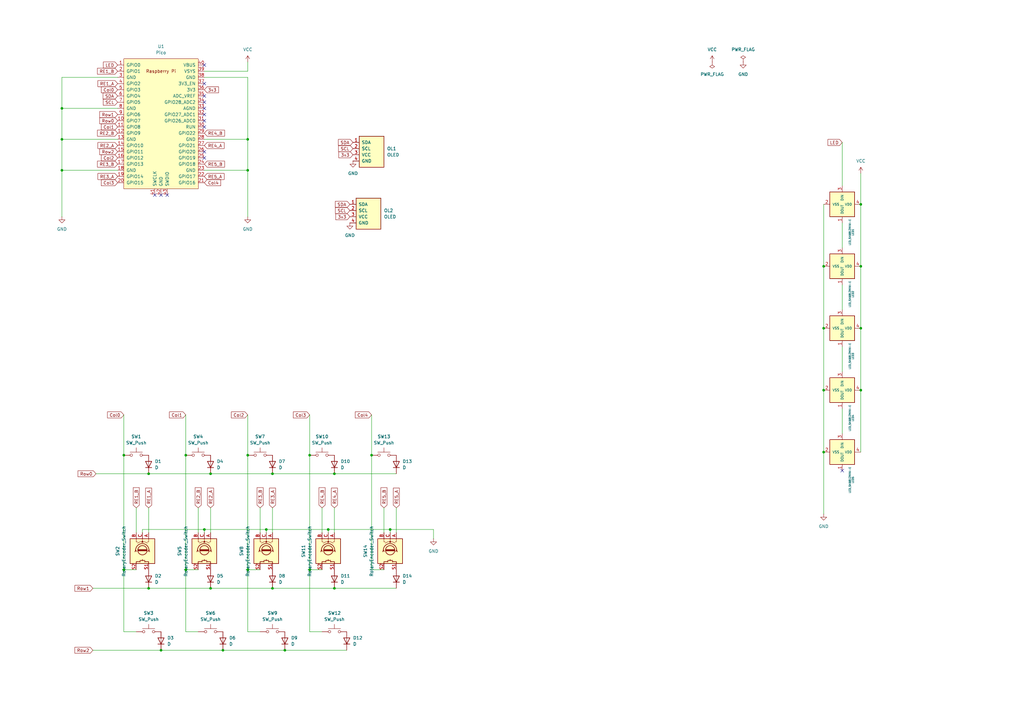
<source format=kicad_sch>
(kicad_sch (version 20231120) (generator "eeschema") (generator_version "8.0")
  (paper "A3")
  (lib_symbols
    (symbol "BrownSugar_KBD:OLED" (pin_names (offset 1.016))
      (property "Reference" "OL" (at 0 7.62 0))
      (property "Value" "OLED" (at 0 -7.62 0))
      (symbol "OLED_0_1"
        (rectangle (start -5.08 6.35) (end 5.08 -6.35) (stroke (width 0.254)) (fill (type background)))
      )
      (symbol "OLED_1_1"
        (pin bidirectional line (at -7.62 3.81 0) (length 2.54) (name "SDA") (number "1"))
        (pin bidirectional line (at -7.62 1.27 0) (length 2.54) (name "SCL") (number "2"))
        (pin power_in line (at -7.62 -1.27 0) (length 2.54) (name "VCC") (number "3"))
        (pin power_in line (at -7.62 -3.81 0) (length 2.54) (name "GND") (number "4"))
      )
    )
    (symbol "Device:D" (pin_numbers hide) (pin_names (offset 1.016) hide)
      (property "Reference" "D" (at 0 2.54 0))
      (property "Value" "D" (at 0 -2.54 0))
      (symbol "D_0_1"
        (polyline (pts (xy -1.27 1.27) (xy -1.27 -1.27)) (stroke (width 0.254)))
        (polyline (pts (xy 1.27 0) (xy -1.27 0)))
        (polyline (pts (xy 1.27 1.27) (xy 1.27 -1.27) (xy -1.27 0) (xy 1.27 1.27)) (stroke (width 0.254)))
      )
      (symbol "D_1_1"
        (pin passive line (at -3.81 0 0) (length 2.54) (name "K") (number "1"))
        (pin passive line (at 3.81 0 180) (length 2.54) (name "A") (number "2"))
      )
    )
    (symbol "Device:RotaryEncoder_Switch" (pin_names (offset 0.254) hide)
      (property "Reference" "SW" (at 0 6.604 0))
      (property "Value" "RotaryEncoder_Switch" (at 0 -6.604 0))
      (symbol "RotaryEncoder_Switch_0_1"
        (rectangle (start -5.08 5.08) (end 5.08 -5.08) (stroke (width 0.254)) (fill (type background)))
        (circle (center -3.81 0) (radius 0.254) (fill (type outline)))
        (circle (center -0.381 0) (radius 1.905) (stroke (width 0.254)))
        (arc (start -0.381 2.667) (mid -3.0988 -0.0635) (end -0.381 -2.794) (stroke (width 0.254)))
        (polyline (pts (xy -0.635 -1.778) (xy -0.635 1.778)) (stroke (width 0.254)))
        (polyline (pts (xy -0.381 -1.778) (xy -0.381 1.778)) (stroke (width 0.254)))
        (polyline (pts (xy -0.127 1.778) (xy -0.127 -1.778)) (stroke (width 0.254)))
        (polyline (pts (xy 3.81 0) (xy 3.429 0)) (stroke (width 0.254)))
        (polyline (pts (xy 3.81 1.016) (xy 3.81 -1.016)) (stroke (width 0.254)))
        (polyline (pts (xy -5.08 -2.54) (xy -3.81 -2.54) (xy -3.81 -2.032)))
        (polyline (pts (xy -5.08 2.54) (xy -3.81 2.54) (xy -3.81 2.032)))
        (polyline (pts (xy 0.254 -3.048) (xy -0.508 -2.794) (xy 0.127 -2.413)) (stroke (width 0.254)))
        (polyline (pts (xy 0.254 2.921) (xy -0.508 2.667) (xy 0.127 2.286)) (stroke (width 0.254)))
        (polyline (pts (xy 5.08 -2.54) (xy 4.318 -2.54) (xy 4.318 -1.016)) (stroke (width 0.254)))
        (polyline (pts (xy 5.08 2.54) (xy 4.318 2.54) (xy 4.318 1.016)) (stroke (width 0.254)))
        (polyline (pts (xy -5.08 0) (xy -3.81 0) (xy -3.81 -1.016) (xy -3.302 -2.032)))
        (polyline (pts (xy -4.318 0) (xy -3.81 0) (xy -3.81 1.016) (xy -3.302 2.032)))
        (circle (center 4.318 -1.016) (radius 0.127) (stroke (width 0.254)))
        (circle (center 4.318 1.016) (radius 0.127) (stroke (width 0.254)))
      )
      (symbol "RotaryEncoder_Switch_1_1"
        (pin passive line (at -7.62 2.54 0) (length 2.54) (name "A") (number "A"))
        (pin passive line (at -7.62 -2.54 0) (length 2.54) (name "B") (number "B"))
        (pin passive line (at -7.62 0 0) (length 2.54) (name "C") (number "C"))
        (pin passive line (at 7.62 2.54 180) (length 2.54) (name "S1") (number "S1"))
        (pin passive line (at 7.62 -2.54 180) (length 2.54) (name "S2") (number "S2"))
      )
    )
    (symbol "RPi_Pico:Pico" (pin_names (offset 1.016))
      (property "Reference" "U" (at -13.97 27.94 0))
      (property "Value" "Pico" (at 0 19.05 0))
      (symbol "Pico_0_0"
        (text "Raspberry Pi" (at 0 21.59 0) (effects (font (size 1.27 1.27))))
      )
      (symbol "Pico_0_1"
        (rectangle (start -15.24 26.67) (end 15.24 -26.67) (fill (type background)))
      )
      (symbol "Pico_1_1"
        (pin bidirectional line (at -17.78 24.13 0) (length 2.54) (name "GPIO0") (number "1"))
        (pin bidirectional line (at -17.78 1.27 0) (length 2.54) (name "GPIO7") (number "10"))
        (pin bidirectional line (at -17.78 -1.27 0) (length 2.54) (name "GPIO8") (number "11"))
        (pin bidirectional line (at -17.78 -3.81 0) (length 2.54) (name "GPIO9") (number "12"))
        (pin power_in line (at -17.78 -6.35 0) (length 2.54) (name "GND") (number "13"))
        (pin bidirectional line (at -17.78 -8.89 0) (length 2.54) (name "GPIO10") (number "14"))
        (pin bidirectional line (at -17.78 -11.43 0) (length 2.54) (name "GPIO11") (number "15"))
        (pin bidirectional line (at -17.78 -13.97 0) (length 2.54) (name "GPIO12") (number "16"))
        (pin bidirectional line (at -17.78 -16.51 0) (length 2.54) (name "GPIO13") (number "17"))
        (pin power_in line (at -17.78 -19.05 0) (length 2.54) (name "GND") (number "18"))
        (pin bidirectional line (at -17.78 -21.59 0) (length 2.54) (name "GPIO14") (number "19"))
        (pin bidirectional line (at -17.78 21.59 0) (length 2.54) (name "GPIO1") (number "2"))
        (pin bidirectional line (at -17.78 -24.13 0) (length 2.54) (name "GPIO15") (number "20"))
        (pin bidirectional line (at 17.78 -24.13 180) (length 2.54) (name "GPIO16") (number "21"))
        (pin bidirectional line (at 17.78 -21.59 180) (length 2.54) (name "GPIO17") (number "22"))
        (pin power_in line (at 17.78 -19.05 180) (length 2.54) (name "GND") (number "23"))
        (pin bidirectional line (at 17.78 -16.51 180) (length 2.54) (name "GPIO18") (number "24"))
        (pin bidirectional line (at 17.78 -13.97 180) (length 2.54) (name "GPIO19") (number "25"))
        (pin bidirectional line (at 17.78 -11.43 180) (length 2.54) (name "GPIO20") (number "26"))
        (pin bidirectional line (at 17.78 -8.89 180) (length 2.54) (name "GPIO21") (number "27"))
        (pin power_in line (at 17.78 -6.35 180) (length 2.54) (name "GND") (number "28"))
        (pin bidirectional line (at 17.78 -3.81 180) (length 2.54) (name "GPIO22") (number "29"))
        (pin power_in line (at -17.78 19.05 0) (length 2.54) (name "GND") (number "3"))
        (pin input line (at 17.78 -1.27 180) (length 2.54) (name "RUN") (number "30"))
        (pin bidirectional line (at 17.78 1.27 180) (length 2.54) (name "GPIO26_ADC0") (number "31"))
        (pin bidirectional line (at 17.78 3.81 180) (length 2.54) (name "GPIO27_ADC1") (number "32"))
        (pin power_in line (at 17.78 6.35 180) (length 2.54) (name "AGND") (number "33"))
        (pin bidirectional line (at 17.78 8.89 180) (length 2.54) (name "GPIO28_ADC2") (number "34"))
        (pin unspecified line (at 17.78 11.43 180) (length 2.54) (name "ADC_VREF") (number "35"))
        (pin unspecified line (at 17.78 13.97 180) (length 2.54) (name "3V3") (number "36"))
        (pin input line (at 17.78 16.51 180) (length 2.54) (name "3V3_EN") (number "37"))
        (pin bidirectional line (at 17.78 19.05 180) (length 2.54) (name "GND") (number "38"))
        (pin unspecified line (at 17.78 21.59 180) (length 2.54) (name "VSYS") (number "39"))
        (pin bidirectional line (at -17.78 16.51 0) (length 2.54) (name "GPIO2") (number "4"))
        (pin unspecified line (at 17.78 24.13 180) (length 2.54) (name "VBUS") (number "40"))
        (pin input line (at -2.54 -29.21 90) (length 2.54) (name "SWCLK") (number "41"))
        (pin power_in line (at 0 -29.21 90) (length 2.54) (name "GND") (number "42"))
        (pin bidirectional line (at 2.54 -29.21 90) (length 2.54) (name "SWDIO") (number "43"))
        (pin bidirectional line (at -17.78 13.97 0) (length 2.54) (name "GPIO3") (number "5"))
        (pin bidirectional line (at -17.78 11.43 0) (length 2.54) (name "GPIO4") (number "6"))
        (pin bidirectional line (at -17.78 8.89 0) (length 2.54) (name "GPIO5") (number "7"))
        (pin power_in line (at -17.78 6.35 0) (length 2.54) (name "GND") (number "8"))
        (pin bidirectional line (at -17.78 3.81 0) (length 2.54) (name "GPIO6") (number "9"))
      )
    )
    (symbol "Salicylic_kbd:LED_SK6812MINI-E" (pin_names (offset 1.016))
      (property "Reference" "LED" (at 5.08 -10.16 0))
      (property "Value" "LED_SK6812MINI-E" (at 8.89 -8.89 0))
      (symbol "LED_SK6812MINI-E_0_1"
        (rectangle (start -5.08 5.08) (end 5.08 -5.08) (stroke (width 0.254)) (fill (type background)))
      )
      (symbol "LED_SK6812MINI-E_1_1"
        (pin output line (at 7.62 0 180) (length 2.54) (name "DOUT") (number "1"))
        (pin power_in line (at 0 -7.62 90) (length 2.54) (name "VSS") (number "2"))
        (pin input line (at -7.62 0 0) (length 2.54) (name "DIN") (number "3"))
        (pin power_in line (at 0 7.62 270) (length 2.54) (name "VDD") (number "4"))
      )
    )
    (symbol "Switch:SW_Push" (pin_numbers hide) (pin_names (offset 1.016) hide)
      (property "Reference" "SW" (at 1.27 2.54 0))
      (property "Value" "SW_Push" (at 0 -1.524 0))
      (symbol "SW_Push_0_1"
        (circle (center -2.032 0) (radius 0.508))
        (polyline (pts (xy 0 1.27) (xy 0 3.048)))
        (polyline (pts (xy 2.54 1.27) (xy -2.54 1.27)))
        (circle (center 2.032 0) (radius 0.508))
        (pin passive line (at -5.08 0 0) (length 2.54) (name "1") (number "1"))
        (pin passive line (at 5.08 0 180) (length 2.54) (name "2") (number "2"))
      )
    )
    (symbol "power:GND" (power) (pin_numbers hide) (pin_names (offset 0) hide)
      (property "Value" "GND" (at 0 -3.81 0))
      (symbol "GND_0_1"
        (polyline (pts (xy 0 0) (xy 0 -1.27) (xy 1.27 -1.27) (xy 0 -2.54) (xy -1.27 -1.27) (xy 0 -1.27)))
      )
      (symbol "GND_1_1"
        (pin power_in line (at 0 0 270) (length 0) (name "~") (number "1"))
      )
    )
    (symbol "power:PWR_FLAG" (power) (pin_numbers hide) (pin_names (offset 0) hide)
      (property "Value" "PWR_FLAG" (at 0 3.81 0))
      (symbol "PWR_FLAG_0_0"
        (pin power_out line (at 0 0 90) (length 0) (name "~") (number "1"))
      )
      (symbol "PWR_FLAG_0_1"
        (polyline (pts (xy 0 0) (xy 0 1.27) (xy -1.016 1.905) (xy 0 2.54) (xy 1.016 1.905) (xy 0 1.27)))
      )
    )
    (symbol "power:VCC" (power) (pin_numbers hide) (pin_names (offset 0) hide)
      (property "Value" "VCC" (at 0 3.556 0))
      (symbol "VCC_0_1"
        (polyline (pts (xy -0.762 1.27) (xy 0 2.54)))
        (polyline (pts (xy 0 0) (xy 0 2.54)))
        (polyline (pts (xy 0 2.54) (xy 0.762 1.27)))
      )
      (symbol "VCC_1_1"
        (pin power_in line (at 0 0 90) (length 0) (name "~") (number "1"))
      )
    )
  )
  (junction (at 86.36 241.3))
  (junction (at 111.76 241.3))
  (junction (at 25.4 57.15))
  (junction (at 50.8 186.69))
  (junction (at 353.06 134.62))
  (junction (at 76.2 186.69))
  (junction (at 66.04 266.7))
  (junction (at 101.6 57.15))
  (junction (at 60.96 241.3))
  (junction (at 101.6 69.85))
  (junction (at 353.06 83.82))
  (junction (at 83.82 217.17))
  (junction (at 116.84 266.7))
  (junction (at 127 186.69))
  (junction (at 134.62 217.17))
  (junction (at 152.4 186.69))
  (junction (at 137.16 241.3))
  (junction (at 91.44 266.7))
  (junction (at 86.36 194.31))
  (junction (at 353.06 160.02))
  (junction (at 337.82 109.22))
  (junction (at 127 233.68))
  (junction (at 50.8 233.68))
  (junction (at 337.82 134.62))
  (junction (at 101.6 186.69))
  (junction (at 337.82 160.02))
  (junction (at 337.82 185.42))
  (junction (at 353.06 109.22))
  (junction (at 76.2 233.68))
  (junction (at 101.6 233.68))
  (junction (at 25.4 44.45))
  (junction (at 111.76 194.31))
  (junction (at 25.4 69.85))
  (junction (at 137.16 194.31))
  (junction (at 60.96 194.31))
  (junction (at 109.22 217.17))
  (junction (at 160.02 217.17))
  (no_connect (at 83.82 62.23))
  (no_connect (at 83.82 64.77))
  (no_connect (at 83.82 46.99))
  (no_connect (at 66.04 80.01))
  (no_connect (at 83.82 34.29))
  (no_connect (at 83.82 44.45))
  (no_connect (at 83.82 49.53))
  (no_connect (at 68.58 80.01))
  (no_connect (at 63.5 80.01))
  (no_connect (at 83.82 52.07))
  (no_connect (at 83.82 39.37))
  (no_connect (at 83.82 26.67))
  (no_connect (at 345.44 193.04))
  (no_connect (at 83.82 41.91))
  (wire (pts (xy 50.8 233.68) (xy 55.88 233.68)))
  (wire (pts (xy 86.36 194.31) (xy 111.76 194.31)))
  (wire (pts (xy 50.8 170.18) (xy 50.8 186.69)))
  (wire (pts (xy 353.06 160.02) (xy 353.06 134.62)))
  (wire (pts (xy 48.26 31.75) (xy 25.4 31.75)))
  (wire (pts (xy 83.82 57.15) (xy 101.6 57.15)))
  (wire (pts (xy 25.4 69.85) (xy 48.26 69.85)))
  (wire (pts (xy 39.37 194.31) (xy 60.96 194.31)))
  (wire (pts (xy 58.42 217.17) (xy 83.82 217.17)))
  (wire (pts (xy 25.4 31.75) (xy 25.4 44.45)))
  (wire (pts (xy 76.2 170.18) (xy 76.2 186.69)))
  (wire (pts (xy 337.82 185.42) (xy 337.82 210.82)))
  (wire (pts (xy 353.06 185.42) (xy 353.06 160.02)))
  (wire (pts (xy 25.4 57.15) (xy 48.26 57.15)))
  (wire (pts (xy 101.6 186.69) (xy 101.6 233.68)))
  (wire (pts (xy 101.6 170.18) (xy 101.6 186.69)))
  (wire (pts (xy 101.6 69.85) (xy 101.6 88.9)))
  (wire (pts (xy 127 170.18) (xy 127 186.69)))
  (wire (pts (xy 38.1 266.7) (xy 66.04 266.7)))
  (wire (pts (xy 137.16 241.3) (xy 162.56 241.3)))
  (wire (pts (xy 116.84 266.7) (xy 142.24 266.7)))
  (wire (pts (xy 109.22 218.44) (xy 109.22 217.17)))
  (wire (pts (xy 137.16 194.31) (xy 162.56 194.31)))
  (wire (pts (xy 127 233.68) (xy 127 259.08)))
  (wire (pts (xy 106.68 208.28) (xy 106.68 218.44)))
  (wire (pts (xy 353.06 109.22) (xy 353.06 134.62)))
  (wire (pts (xy 66.04 266.7) (xy 91.44 266.7)))
  (wire (pts (xy 152.4 186.69) (xy 152.4 233.68)))
  (wire (pts (xy 101.6 233.68) (xy 106.68 233.68)))
  (wire (pts (xy 132.08 208.28) (xy 132.08 218.44)))
  (wire (pts (xy 58.42 218.44) (xy 58.42 217.17)))
  (wire (pts (xy 83.82 29.21) (xy 101.6 29.21)))
  (wire (pts (xy 38.1 241.3) (xy 60.96 241.3)))
  (wire (pts (xy 83.82 69.85) (xy 101.6 69.85)))
  (wire (pts (xy 160.02 217.17) (xy 160.02 218.44)))
  (wire (pts (xy 86.36 241.3) (xy 111.76 241.3)))
  (wire (pts (xy 83.82 218.44) (xy 83.82 217.17)))
  (wire (pts (xy 353.06 83.82) (xy 353.06 109.22)))
  (wire (pts (xy 134.62 218.44) (xy 134.62 217.17)))
  (wire (pts (xy 177.8 217.17) (xy 160.02 217.17)))
  (wire (pts (xy 111.76 208.28) (xy 111.76 218.44)))
  (wire (pts (xy 101.6 31.75) (xy 101.6 57.15)))
  (wire (pts (xy 83.82 31.75) (xy 101.6 31.75)))
  (wire (pts (xy 134.62 217.17) (xy 160.02 217.17)))
  (wire (pts (xy 25.4 44.45) (xy 25.4 57.15)))
  (wire (pts (xy 137.16 208.28) (xy 137.16 218.44)))
  (wire (pts (xy 101.6 233.68) (xy 101.6 259.08)))
  (wire (pts (xy 162.56 208.28) (xy 162.56 218.44)))
  (wire (pts (xy 76.2 233.68) (xy 76.2 259.08)))
  (wire (pts (xy 60.96 194.31) (xy 86.36 194.31)))
  (wire (pts (xy 86.36 208.28) (xy 86.36 218.44)))
  (wire (pts (xy 345.44 167.64) (xy 345.44 177.8)))
  (wire (pts (xy 55.88 208.28) (xy 55.88 218.44)))
  (wire (pts (xy 337.82 83.82) (xy 337.82 109.22)))
  (wire (pts (xy 111.76 194.31) (xy 137.16 194.31)))
  (wire (pts (xy 101.6 57.15) (xy 101.6 69.85)))
  (wire (pts (xy 25.4 69.85) (xy 25.4 88.9)))
  (wire (pts (xy 76.2 259.08) (xy 81.28 259.08)))
  (wire (pts (xy 345.44 142.24) (xy 345.44 152.4)))
  (wire (pts (xy 60.96 241.3) (xy 86.36 241.3)))
  (wire (pts (xy 157.48 208.28) (xy 157.48 218.44)))
  (wire (pts (xy 353.06 71.12) (xy 353.06 83.82)))
  (wire (pts (xy 337.82 109.22) (xy 337.82 134.62)))
  (wire (pts (xy 76.2 186.69) (xy 76.2 233.68)))
  (wire (pts (xy 50.8 233.68) (xy 50.8 259.08)))
  (wire (pts (xy 83.82 217.17) (xy 109.22 217.17)))
  (wire (pts (xy 127 233.68) (xy 132.08 233.68)))
  (wire (pts (xy 101.6 259.08) (xy 106.68 259.08)))
  (wire (pts (xy 152.4 170.18) (xy 152.4 186.69)))
  (wire (pts (xy 25.4 44.45) (xy 48.26 44.45)))
  (wire (pts (xy 109.22 217.17) (xy 134.62 217.17)))
  (wire (pts (xy 127 186.69) (xy 127 233.68)))
  (wire (pts (xy 101.6 25.4) (xy 101.6 29.21)))
  (wire (pts (xy 345.44 91.44) (xy 345.44 101.6)))
  (wire (pts (xy 111.76 241.3) (xy 137.16 241.3)))
  (wire (pts (xy 337.82 160.02) (xy 337.82 185.42)))
  (wire (pts (xy 25.4 57.15) (xy 25.4 69.85)))
  (wire (pts (xy 76.2 233.68) (xy 81.28 233.68)))
  (wire (pts (xy 345.44 116.84) (xy 345.44 127)))
  (wire (pts (xy 91.44 266.7) (xy 116.84 266.7)))
  (wire (pts (xy 345.44 58.42) (xy 345.44 76.2)))
  (wire (pts (xy 337.82 134.62) (xy 337.82 160.02)))
  (wire (pts (xy 81.28 218.44) (xy 81.28 208.28)))
  (wire (pts (xy 50.8 259.08) (xy 55.88 259.08)))
  (wire (pts (xy 177.8 220.98) (xy 177.8 217.17)))
  (wire (pts (xy 152.4 233.68) (xy 157.48 233.68)))
  (wire (pts (xy 50.8 186.69) (xy 50.8 233.68)))
  (wire (pts (xy 60.96 208.28) (xy 60.96 218.44)))
  (wire (pts (xy 127 259.08) (xy 132.08 259.08)))
  (global_label "RE1_B" (shape input) (at 48.26 29.21 180) (property "Intersheetrefs" "${INTERSHEET_REFS}" (effects (hide yes))))
  (global_label "RE2_A" (shape input) (at 48.26 59.69 180) (property "Intersheetrefs" "${INTERSHEET_REFS}" (effects (hide yes))))
  (global_label "Col2" (shape input) (at 48.26 64.77 180) (property "Intersheetrefs" "${INTERSHEET_REFS}" (effects (hide yes))))
  (global_label "SCL" (shape input) (at 143.51 86.36 180) (property "Intersheetrefs" "${INTERSHEET_REFS}" (effects (hide yes))))
  (global_label "SDA" (shape input) (at 48.26 39.37 180) (property "Intersheetrefs" "${INTERSHEET_REFS}" (effects (hide yes))))
  (global_label "Row2" (shape input) (at 38.1 266.7 180) (property "Intersheetrefs" "${INTERSHEET_REFS}" (effects (hide yes))))
  (global_label "Col0" (shape input) (at 50.8 170.18 180) (property "Intersheetrefs" "${INTERSHEET_REFS}" (effects (hide yes))))
  (global_label "Row1" (shape input) (at 38.1 241.3 180) (property "Intersheetrefs" "${INTERSHEET_REFS}" (effects (hide yes))))
  (global_label "Row1" (shape input) (at 48.26 46.99 180) (property "Intersheetrefs" "${INTERSHEET_REFS}" (effects (hide yes))))
  (global_label "3v3" (shape input) (at 144.78 63.5 180) (property "Intersheetrefs" "${INTERSHEET_REFS}" (effects (hide yes))))
  (global_label "SCL" (shape input) (at 48.26 41.91 180) (property "Intersheetrefs" "${INTERSHEET_REFS}" (effects (hide yes))))
  (global_label "RE2_B" (shape input) (at 48.26 54.61 180) (property "Intersheetrefs" "${INTERSHEET_REFS}" (effects (hide yes))))
  (global_label "Col4" (shape input) (at 83.82 74.93 0) (property "Intersheetrefs" "${INTERSHEET_REFS}" (effects (hide yes))))
  (global_label "SDA" (shape input) (at 143.51 83.82 180) (property "Intersheetrefs" "${INTERSHEET_REFS}" (effects (hide yes))))
  (global_label "Row0" (shape input) (at 39.37 194.31 180) (property "Intersheetrefs" "${INTERSHEET_REFS}" (effects (hide yes))))
  (global_label "Row0" (shape input) (at 48.26 49.53 180) (property "Intersheetrefs" "${INTERSHEET_REFS}" (effects (hide yes))))
  (global_label "RE3_A" (shape input) (at 111.76 208.28 90) (property "Intersheetrefs" "${INTERSHEET_REFS}" (effects (hide yes))))
  (global_label "Col4" (shape input) (at 152.4 170.18 180) (property "Intersheetrefs" "${INTERSHEET_REFS}" (effects (hide yes))))
  (global_label "RE5_A" (shape input) (at 83.82 72.39 0) (property "Intersheetrefs" "${INTERSHEET_REFS}" (effects (hide yes))))
  (global_label "RE3_B" (shape input) (at 48.26 67.31 180) (property "Intersheetrefs" "${INTERSHEET_REFS}" (effects (hide yes))))
  (global_label "Col3" (shape input) (at 127 170.18 180) (property "Intersheetrefs" "${INTERSHEET_REFS}" (effects (hide yes))))
  (global_label "RE3_A" (shape input) (at 48.26 72.39 180) (property "Intersheetrefs" "${INTERSHEET_REFS}" (effects (hide yes))))
  (global_label "Col1" (shape input) (at 76.2 170.18 180) (property "Intersheetrefs" "${INTERSHEET_REFS}" (effects (hide yes))))
  (global_label "3v3" (shape input) (at 143.51 88.9 180) (property "Intersheetrefs" "${INTERSHEET_REFS}" (effects (hide yes))))
  (global_label "Row2" (shape input) (at 48.26 62.23 180) (property "Intersheetrefs" "${INTERSHEET_REFS}" (effects (hide yes))))
  (global_label "RE1_B" (shape input) (at 55.88 208.28 90) (property "Intersheetrefs" "${INTERSHEET_REFS}" (effects (hide yes))))
  (global_label "SDA" (shape input) (at 144.78 58.42 180) (property "Intersheetrefs" "${INTERSHEET_REFS}" (effects (hide yes))))
  (global_label "RE5_A" (shape input) (at 162.56 208.28 90) (property "Intersheetrefs" "${INTERSHEET_REFS}" (effects (hide yes))))
  (global_label "Col0" (shape input) (at 48.26 36.83 180) (property "Intersheetrefs" "${INTERSHEET_REFS}" (effects (hide yes))))
  (global_label "RE4_A" (shape input) (at 83.82 59.69 0) (property "Intersheetrefs" "${INTERSHEET_REFS}" (effects (hide yes))))
  (global_label "RE4_A" (shape input) (at 137.16 208.28 90) (property "Intersheetrefs" "${INTERSHEET_REFS}" (effects (hide yes))))
  (global_label "RE5_B" (shape input) (at 157.48 208.28 90) (property "Intersheetrefs" "${INTERSHEET_REFS}" (effects (hide yes))))
  (global_label "Col1" (shape input) (at 48.26 52.07 180) (property "Intersheetrefs" "${INTERSHEET_REFS}" (effects (hide yes))))
  (global_label "Col2" (shape input) (at 101.6 170.18 180) (property "Intersheetrefs" "${INTERSHEET_REFS}" (effects (hide yes))))
  (global_label "RE5_B" (shape input) (at 83.82 67.31 0) (property "Intersheetrefs" "${INTERSHEET_REFS}" (effects (hide yes))))
  (global_label "RE4_B" (shape input) (at 132.08 208.28 90) (property "Intersheetrefs" "${INTERSHEET_REFS}" (effects (hide yes))))
  (global_label "RE2_A" (shape input) (at 86.36 208.28 90) (property "Intersheetrefs" "${INTERSHEET_REFS}" (effects (hide yes))))
  (global_label "3v3" (shape input) (at 83.82 36.83 0) (property "Intersheetrefs" "${INTERSHEET_REFS}" (effects (hide yes))))
  (global_label "LED" (shape input) (at 345.44 58.42 180) (property "Intersheetrefs" "${INTERSHEET_REFS}" (effects (hide yes))))
  (global_label "Col3" (shape input) (at 48.26 74.93 180) (property "Intersheetrefs" "${INTERSHEET_REFS}" (effects (hide yes))))
  (global_label "RE4_B" (shape input) (at 83.82 54.61 0) (property "Intersheetrefs" "${INTERSHEET_REFS}" (effects (hide yes))))
  (global_label "RE2_B" (shape input) (at 81.28 208.28 90) (property "Intersheetrefs" "${INTERSHEET_REFS}" (effects (hide yes))))
  (global_label "SCL" (shape input) (at 144.78 60.96 180) (property "Intersheetrefs" "${INTERSHEET_REFS}" (effects (hide yes))))
  (global_label "RE1_A" (shape input) (at 60.96 208.28 90) (property "Intersheetrefs" "${INTERSHEET_REFS}" (effects (hide yes))))
  (global_label "RE1_A" (shape input) (at 48.26 34.29 180) (property "Intersheetrefs" "${INTERSHEET_REFS}" (effects (hide yes))))
  (global_label "LED" (shape input) (at 48.26 26.67 180) (property "Intersheetrefs" "${INTERSHEET_REFS}" (effects (hide yes))))
  (global_label "RE3_B" (shape input) (at 106.68 208.28 90) (property "Intersheetrefs" "${INTERSHEET_REFS}" (effects (hide yes))))
  (symbol (lib_id "Device:D") (at 137.16 190.5 90) (unit 1)
    (property "Reference" "D10" (at 139.7 189.2299 90) (effects (justify right)))
    (property "Value" "D" (at 139.7 191.7699 90) (effects (justify right)))
    (property "Footprint" "kbd_Parts:Diode_SMD" (effects (hide yes)))
    (property "Description" "Diode" (effects (hide yes)))
    (property "Sim.Device" "D" (effects (hide yes)))
    (property "Sim.Pins" "1=K 2=A" (effects (hide yes)))
  )
  (symbol (lib_id "power:GND") (at 25.4 88.9 0) (unit 1)
    (property "Reference" "#PWR03" (effects (hide yes)))
    (property "Value" "GND" (at 25.4 93.98 0))
    (property "Description" "Power symbol creates a global label with name \"GND\" , ground" (effects (hide yes)))
  )
  (symbol (lib_id "Device:D") (at 111.76 190.5 90) (unit 1)
    (property "Reference" "D7" (at 114.3 189.2299 90) (effects (justify right)))
    (property "Value" "D" (at 114.3 191.7699 90) (effects (justify right)))
    (property "Footprint" "kbd_Parts:Diode_SMD" (effects (hide yes)))
    (property "Description" "Diode" (effects (hide yes)))
    (property "Sim.Device" "D" (effects (hide yes)))
    (property "Sim.Pins" "1=K 2=A" (effects (hide yes)))
  )
  (symbol (lib_id "Switch:SW_Push") (at 86.36 259.08 0) (mirror y) (unit 1)
    (property "Reference" "SW6" (at 86.36 251.46 0))
    (property "Value" "SW_Push" (at 86.36 254 0))
    (property "Footprint" "Rikkodo_FootPrint:rkd_Choc_v1v2_Hotswap_1u" (effects (hide yes)))
    (property "Description" "Push button switch, generic, two pins" (effects (hide yes)))
  )
  (symbol (lib_id "power:GND") (at 144.78 66.04 0) (unit 1)
    (property "Reference" "#PWR06" (effects (hide yes)))
    (property "Value" "GND" (at 144.78 71.12 0))
    (property "Description" "Power symbol creates a global label with name \"GND\" , ground" (effects (hide yes)))
  )
  (symbol (lib_id "power:PWR_FLAG") (at 292.1 25.4 180) (unit 1)
    (property "Reference" "#FLG01" (effects (hide yes)))
    (property "Value" "PWR_FLAG" (at 292.1 30.48 0))
    (property "Description" "Special symbol for telling ERC where power comes from" (effects (hide yes)))
  )
  (symbol (lib_id "Switch:SW_Push") (at 55.88 186.69 0) (mirror y) (unit 1)
    (property "Reference" "SW1" (at 55.88 179.07 0))
    (property "Value" "SW_Push" (at 55.88 181.61 0))
    (property "Footprint" "Rikkodo_FootPrint:rkd_Choc_v1v2_Hotswap_1u" (effects (hide yes)))
    (property "Description" "Push button switch, generic, two pins" (effects (hide yes)))
  )
  (symbol (lib_id "Switch:SW_Push") (at 157.48 186.69 0) (mirror y) (unit 1)
    (property "Reference" "SW13" (at 157.48 179.07 0))
    (property "Value" "SW_Push" (at 157.48 181.61 0))
    (property "Footprint" "Rikkodo_FootPrint:rkd_Choc_v1v2_Hotswap_1u" (effects (hide yes)))
    (property "Description" "Push button switch, generic, two pins" (effects (hide yes)))
  )
  (symbol (lib_id "Salicylic_kbd:LED_SK6812MINI-E") (at 345.44 83.82 270) (unit 1)
    (property "Reference" "LED1" (at 349.8535 95.25 0) (effects (font (size 0.7366 0.7366))))
    (property "Value" "LED_SK6812MINI-E" (at 348.5835 95.25 0) (effects (font (size 0.7366 0.7366))))
    (property "Footprint" "kbd_Parts:LED_SK6812MINI-E_BL" (effects (hide yes)))
  )
  (symbol (lib_id "BrownSugar_KBD:OLED") (at 151.13 87.63 0) (unit 1)
    (property "Reference" "OL2" (at 157.48 86.3599 0) (effects (justify left)))
    (property "Value" "OLED" (at 157.48 88.8999 0) (effects (justify left)))
    (property "Footprint" "kbd_Parts:OLED" (effects (hide yes)))
  )
  (symbol (lib_id "Device:D") (at 66.04 262.89 90) (unit 1)
    (property "Reference" "D3" (at 68.58 261.6199 90) (effects (justify right)))
    (property "Value" "D" (at 68.58 264.1599 90) (effects (justify right)))
    (property "Footprint" "kbd_Parts:Diode_SMD" (effects (hide yes)))
    (property "Description" "Diode" (effects (hide yes)))
    (property "Sim.Device" "D" (effects (hide yes)))
    (property "Sim.Pins" "1=K 2=A" (effects (hide yes)))
  )
  (symbol (lib_id "Device:D") (at 60.96 190.5 90) (unit 1)
    (property "Reference" "D1" (at 63.5 189.2299 90) (effects (justify right)))
    (property "Value" "D" (at 63.5 191.7699 90) (effects (justify right)))
    (property "Footprint" "kbd_Parts:Diode_SMD" (effects (hide yes)))
    (property "Description" "Diode" (effects (hide yes)))
    (property "Sim.Device" "D" (effects (hide yes)))
    (property "Sim.Pins" "1=K 2=A" (effects (hide yes)))
  )
  (symbol (lib_id "Salicylic_kbd:LED_SK6812MINI-E") (at 345.44 160.02 270) (unit 1)
    (property "Reference" "LED4" (at 349.8535 171.45 0) (effects (font (size 0.7366 0.7366))))
    (property "Value" "LED_SK6812MINI-E" (at 348.5835 171.45 0) (effects (font (size 0.7366 0.7366))))
    (property "Footprint" "kbd_Parts:LED_SK6812MINI-E_BL" (effects (hide yes)))
  )
  (symbol (lib_id "Device:D") (at 111.76 237.49 90) (unit 1)
    (property "Reference" "D8" (at 114.3 236.2199 90) (effects (justify right)))
    (property "Value" "D" (at 114.3 238.7599 90) (effects (justify right)))
    (property "Footprint" "kbd_Parts:Diode_SMD" (effects (hide yes)))
    (property "Description" "Diode" (effects (hide yes)))
    (property "Sim.Device" "D" (effects (hide yes)))
    (property "Sim.Pins" "1=K 2=A" (effects (hide yes)))
  )
  (symbol (lib_id "Device:RotaryEncoder_Switch") (at 160.02 226.06 270) (unit 1)
    (property "Reference" "SW14" (at 149.86 226.06 0))
    (property "Value" "RotaryEncoder_Switch" (at 152.4 226.06 0))
    (property "Footprint" "kbd_Parts:RotaryEncoder_EC12E" (effects (hide yes)))
    (property "Description" "Rotary encoder, dual channel, incremental quadrate outputs, with switch" (effects (hide yes)))
  )
  (symbol (lib_id "power:VCC") (at 292.1 25.4 0) (unit 1)
    (property "Reference" "#PWR019" (effects (hide yes)))
    (property "Value" "VCC" (at 292.1 20.32 0))
    (property "Description" "Power symbol creates a global label with name \"VCC\"" (effects (hide yes)))
  )
  (symbol (lib_id "power:PWR_FLAG") (at 304.8 25.4 0) (unit 1)
    (property "Reference" "#FLG02" (effects (hide yes)))
    (property "Value" "PWR_FLAG" (at 304.8 20.32 0))
    (property "Description" "Special symbol for telling ERC where power comes from" (effects (hide yes)))
  )
  (symbol (lib_id "Device:RotaryEncoder_Switch") (at 134.62 226.06 270) (unit 1)
    (property "Reference" "SW11" (at 124.46 226.06 0))
    (property "Value" "RotaryEncoder_Switch" (at 127 226.06 0))
    (property "Footprint" "kbd_Parts:RotaryEncoder_EC12E" (effects (hide yes)))
    (property "Description" "Rotary encoder, dual channel, incremental quadrate outputs, with switch" (effects (hide yes)))
  )
  (symbol (lib_id "BrownSugar_KBD:OLED") (at 152.4 62.23 0) (unit 1)
    (property "Reference" "OL1" (at 158.75 60.9599 0) (effects (justify left)))
    (property "Value" "OLED" (at 158.75 63.4999 0) (effects (justify left)))
    (property "Footprint" "BrownSugar_KBD:OLED_center_display" (effects (hide yes)))
  )
  (symbol (lib_id "Device:D") (at 162.56 237.49 90) (unit 1)
    (property "Reference" "D14" (at 165.1 236.2199 90) (effects (justify right)))
    (property "Value" "D" (at 165.1 238.7599 90) (effects (justify right)))
    (property "Footprint" "kbd_Parts:Diode_SMD" (effects (hide yes)))
    (property "Description" "Diode" (effects (hide yes)))
    (property "Sim.Device" "D" (effects (hide yes)))
    (property "Sim.Pins" "1=K 2=A" (effects (hide yes)))
  )
  (symbol (lib_id "Device:D") (at 116.84 262.89 90) (unit 1)
    (property "Reference" "D9" (at 119.38 261.6199 90) (effects (justify right)))
    (property "Value" "D" (at 119.38 264.1599 90) (effects (justify right)))
    (property "Footprint" "kbd_Parts:Diode_SMD" (effects (hide yes)))
    (property "Description" "Diode" (effects (hide yes)))
    (property "Sim.Device" "D" (effects (hide yes)))
    (property "Sim.Pins" "1=K 2=A" (effects (hide yes)))
  )
  (symbol (lib_id "Device:D") (at 137.16 237.49 90) (unit 1)
    (property "Reference" "D11" (at 139.7 236.2199 90) (effects (justify right)))
    (property "Value" "D" (at 139.7 238.7599 90) (effects (justify right)))
    (property "Footprint" "kbd_Parts:Diode_SMD" (effects (hide yes)))
    (property "Description" "Diode" (effects (hide yes)))
    (property "Sim.Device" "D" (effects (hide yes)))
    (property "Sim.Pins" "1=K 2=A" (effects (hide yes)))
  )
  (symbol (lib_id "Switch:SW_Push") (at 81.28 186.69 0) (mirror y) (unit 1)
    (property "Reference" "SW4" (at 81.28 179.07 0))
    (property "Value" "SW_Push" (at 81.28 181.61 0))
    (property "Footprint" "Rikkodo_FootPrint:rkd_Choc_v1v2_Hotswap_1u" (effects (hide yes)))
    (property "Description" "Push button switch, generic, two pins" (effects (hide yes)))
  )
  (symbol (lib_id "Device:D") (at 91.44 262.89 90) (unit 1)
    (property "Reference" "D6" (at 93.98 261.6199 90) (effects (justify right)))
    (property "Value" "D" (at 93.98 264.1599 90) (effects (justify right)))
    (property "Footprint" "kbd_Parts:Diode_SMD" (effects (hide yes)))
    (property "Description" "Diode" (effects (hide yes)))
    (property "Sim.Device" "D" (effects (hide yes)))
    (property "Sim.Pins" "1=K 2=A" (effects (hide yes)))
  )
  (symbol (lib_id "Switch:SW_Push") (at 132.08 186.69 0) (mirror y) (unit 1)
    (property "Reference" "SW10" (at 132.08 179.07 0))
    (property "Value" "SW_Push" (at 132.08 181.61 0))
    (property "Footprint" "Rikkodo_FootPrint:rkd_Choc_v1v2_Hotswap_1u" (effects (hide yes)))
    (property "Description" "Push button switch, generic, two pins" (effects (hide yes)))
  )
  (symbol (lib_id "Salicylic_kbd:LED_SK6812MINI-E") (at 345.44 185.42 270) (unit 1)
    (property "Reference" "LED5" (at 349.8535 196.85 0) (effects (font (size 0.7366 0.7366))))
    (property "Value" "LED_SK6812MINI-E" (at 348.5835 196.85 0) (effects (font (size 0.7366 0.7366))))
    (property "Footprint" "kbd_Parts:LED_SK6812MINI-E_BL" (effects (hide yes)))
  )
  (symbol (lib_id "power:GND") (at 304.8 25.4 0) (unit 1)
    (property "Reference" "#PWR020" (effects (hide yes)))
    (property "Value" "GND" (at 304.8 30.48 0))
    (property "Description" "Power symbol creates a global label with name \"GND\" , ground" (effects (hide yes)))
  )
  (symbol (lib_id "Device:D") (at 86.36 237.49 90) (unit 1)
    (property "Reference" "D5" (at 88.9 236.2199 90) (effects (justify right)))
    (property "Value" "D" (at 88.9 238.7599 90) (effects (justify right)))
    (property "Footprint" "kbd_Parts:Diode_SMD" (effects (hide yes)))
    (property "Description" "Diode" (effects (hide yes)))
    (property "Sim.Device" "D" (effects (hide yes)))
    (property "Sim.Pins" "1=K 2=A" (effects (hide yes)))
  )
  (symbol (lib_id "Device:D") (at 60.96 237.49 90) (unit 1)
    (property "Reference" "D2" (at 63.5 236.2199 90) (effects (justify right)))
    (property "Value" "D" (at 63.5 238.7599 90) (effects (justify right)))
    (property "Footprint" "kbd_Parts:Diode_SMD" (effects (hide yes)))
    (property "Description" "Diode" (effects (hide yes)))
    (property "Sim.Device" "D" (effects (hide yes)))
    (property "Sim.Pins" "1=K 2=A" (effects (hide yes)))
  )
  (symbol (lib_id "power:GND") (at 101.6 88.9 0) (unit 1)
    (property "Reference" "#PWR02" (effects (hide yes)))
    (property "Value" "GND" (at 101.6 93.98 0))
    (property "Description" "Power symbol creates a global label with name \"GND\" , ground" (effects (hide yes)))
  )
  (symbol (lib_id "RPi_Pico:Pico") (at 66.04 50.8 0) (unit 1)
    (property "Reference" "U1" (at 66.04 19.05 0))
    (property "Value" "Pico" (at 66.04 21.59 0))
    (property "Footprint" "Rikkodo_FootPrint:rkd_RPi_Pico_TH" (effects (hide yes)))
  )
  (symbol (lib_id "Device:RotaryEncoder_Switch") (at 109.22 226.06 270) (unit 1)
    (property "Reference" "SW8" (at 99.06 226.06 0))
    (property "Value" "RotaryEncoder_Switch" (at 101.6 226.06 0))
    (property "Footprint" "kbd_Parts:RotaryEncoder_EC12E" (effects (hide yes)))
    (property "Description" "Rotary encoder, dual channel, incremental quadrate outputs, with switch" (effects (hide yes)))
  )
  (symbol (lib_id "Device:D") (at 86.36 190.5 90) (unit 1)
    (property "Reference" "D4" (at 88.9 189.2299 90) (effects (justify right)))
    (property "Value" "D" (at 88.9 191.7699 90) (effects (justify right)))
    (property "Footprint" "kbd_Parts:Diode_SMD" (effects (hide yes)))
    (property "Description" "Diode" (effects (hide yes)))
    (property "Sim.Device" "D" (effects (hide yes)))
    (property "Sim.Pins" "1=K 2=A" (effects (hide yes)))
  )
  (symbol (lib_id "power:VCC") (at 101.6 25.4 0) (unit 1)
    (property "Reference" "#PWR04" (effects (hide yes)))
    (property "Value" "VCC" (at 101.6 20.32 0))
    (property "Description" "Power symbol creates a global label with name \"VCC\"" (effects (hide yes)))
  )
  (symbol (lib_id "Device:D") (at 142.24 262.89 90) (unit 1)
    (property "Reference" "D12" (at 144.78 261.6199 90) (effects (justify right)))
    (property "Value" "D" (at 144.78 264.1599 90) (effects (justify right)))
    (property "Footprint" "kbd_Parts:Diode_SMD" (effects (hide yes)))
    (property "Description" "Diode" (effects (hide yes)))
    (property "Sim.Device" "D" (effects (hide yes)))
    (property "Sim.Pins" "1=K 2=A" (effects (hide yes)))
  )
  (symbol (lib_id "power:GND") (at 177.8 220.98 0) (unit 1)
    (property "Reference" "#PWR01" (effects (hide yes)))
    (property "Value" "GND" (at 177.8 226.06 0))
    (property "Description" "Power symbol creates a global label with name \"GND\" , ground" (effects (hide yes)))
  )
  (symbol (lib_id "Switch:SW_Push") (at 137.16 259.08 0) (mirror y) (unit 1)
    (property "Reference" "SW12" (at 137.16 251.46 0))
    (property "Value" "SW_Push" (at 137.16 254 0))
    (property "Footprint" "Rikkodo_FootPrint:rkd_Choc_v1v2_Hotswap_2u_Gat" (effects (hide yes)))
    (property "Description" "Push button switch, generic, two pins" (effects (hide yes)))
  )
  (symbol (lib_id "power:GND") (at 143.51 91.44 0) (unit 1)
    (property "Reference" "#PWR010" (effects (hide yes)))
    (property "Value" "GND" (at 143.51 96.52 0))
    (property "Description" "Power symbol creates a global label with name \"GND\" , ground" (effects (hide yes)))
  )
  (symbol (lib_id "Salicylic_kbd:LED_SK6812MINI-E") (at 345.44 109.22 270) (unit 1)
    (property "Reference" "LED2" (at 349.8535 120.65 0) (effects (font (size 0.7366 0.7366))))
    (property "Value" "LED_SK6812MINI-E" (at 348.5835 120.65 0) (effects (font (size 0.7366 0.7366))))
    (property "Footprint" "kbd_Parts:LED_SK6812MINI-E_BL" (effects (hide yes)))
  )
  (symbol (lib_id "Device:D") (at 162.56 190.5 90) (unit 1)
    (property "Reference" "D13" (at 165.1 189.2299 90) (effects (justify right)))
    (property "Value" "D" (at 165.1 191.7699 90) (effects (justify right)))
    (property "Footprint" "kbd_Parts:Diode_SMD" (effects (hide yes)))
    (property "Description" "Diode" (effects (hide yes)))
    (property "Sim.Device" "D" (effects (hide yes)))
    (property "Sim.Pins" "1=K 2=A" (effects (hide yes)))
  )
  (symbol (lib_id "power:GND") (at 337.82 210.82 0) (unit 1)
    (property "Reference" "#PWR012" (effects (hide yes)))
    (property "Value" "GND" (at 337.82 215.9 0))
    (property "Description" "Power symbol creates a global label with name \"GND\" , ground" (effects (hide yes)))
  )
  (symbol (lib_id "Switch:SW_Push") (at 106.68 186.69 0) (mirror y) (unit 1)
    (property "Reference" "SW7" (at 106.68 179.07 0))
    (property "Value" "SW_Push" (at 106.68 181.61 0))
    (property "Footprint" "Rikkodo_FootPrint:rkd_Choc_v1v2_Hotswap_1u" (effects (hide yes)))
    (property "Description" "Push button switch, generic, two pins" (effects (hide yes)))
  )
  (symbol (lib_id "Switch:SW_Push") (at 111.76 259.08 0) (mirror y) (unit 1)
    (property "Reference" "SW9" (at 111.76 251.46 0))
    (property "Value" "SW_Push" (at 111.76 254 0))
    (property "Footprint" "Rikkodo_FootPrint:rkd_Choc_v1v2_Hotswap_1u" (effects (hide yes)))
    (property "Description" "Push button switch, generic, two pins" (effects (hide yes)))
  )
  (symbol (lib_id "Salicylic_kbd:LED_SK6812MINI-E") (at 345.44 134.62 270) (unit 1)
    (property "Reference" "LED3" (at 349.8535 146.05 0) (effects (font (size 0.7366 0.7366))))
    (property "Value" "LED_SK6812MINI-E" (at 348.5835 146.05 0) (effects (font (size 0.7366 0.7366))))
    (property "Footprint" "kbd_Parts:LED_SK6812MINI-E_BL" (effects (hide yes)))
  )
  (symbol (lib_id "Device:RotaryEncoder_Switch") (at 58.42 226.06 270) (unit 1)
    (property "Reference" "SW2" (at 48.26 226.06 0))
    (property "Value" "RotaryEncoder_Switch" (at 50.8 226.06 0))
    (property "Footprint" "kbd_Parts:RotaryEncoder_EC12E" (effects (hide yes)))
    (property "Description" "Rotary encoder, dual channel, incremental quadrate outputs, with switch" (effects (hide yes)))
  )
  (symbol (lib_id "Switch:SW_Push") (at 60.96 259.08 0) (mirror y) (unit 1)
    (property "Reference" "SW3" (at 60.96 251.46 0))
    (property "Value" "SW_Push" (at 60.96 254 0))
    (property "Footprint" "Rikkodo_FootPrint:rkd_Choc_v1v2_Hotswap_1u" (effects (hide yes)))
    (property "Description" "Push button switch, generic, two pins" (effects (hide yes)))
  )
  (symbol (lib_id "power:VCC") (at 353.06 71.12 0) (unit 1)
    (property "Reference" "#PWR011" (effects (hide yes)))
    (property "Value" "VCC" (at 353.06 66.04 0))
    (property "Description" "Power symbol creates a global label with name \"VCC\"" (effects (hide yes)))
  )
  (symbol (lib_id "Device:RotaryEncoder_Switch") (at 83.82 226.06 270) (unit 1)
    (property "Reference" "SW5" (at 73.66 226.06 0))
    (property "Value" "RotaryEncoder_Switch" (at 76.2 226.06 0))
    (property "Footprint" "kbd_Parts:RotaryEncoder_EC12E" (effects (hide yes)))
    (property "Description" "Rotary encoder, dual channel, incremental quadrate outputs, with switch" (effects (hide yes)))
  )
)
</source>
